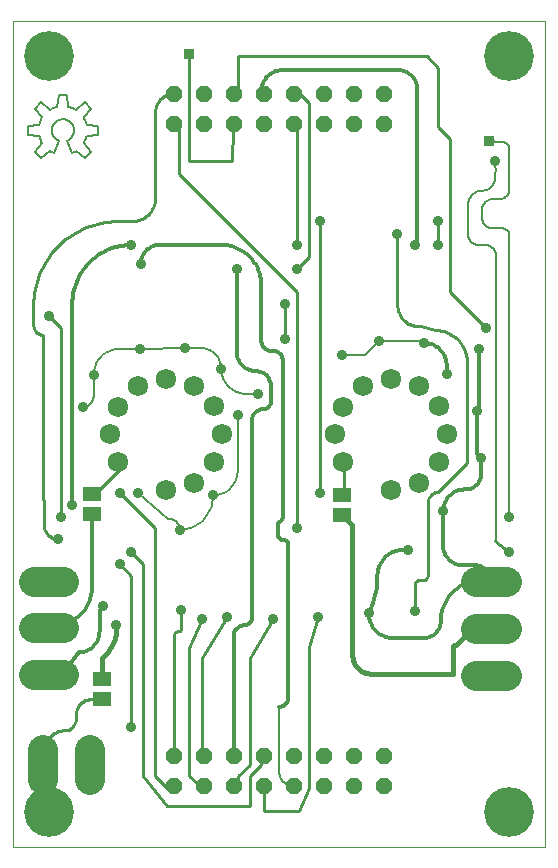
<source format=gtl>
G75*
G70*
%OFA0B0*%
%FSLAX24Y24*%
%IPPOS*%
%LPD*%
%AMOC8*
5,1,8,0,0,1.08239X$1,22.5*
%
%ADD10C,0.0000*%
%ADD11C,0.0679*%
%ADD12OC8,0.0560*%
%ADD13C,0.1004*%
%ADD14R,0.0591X0.0512*%
%ADD15C,0.0100*%
%ADD16C,0.0360*%
%ADD17C,0.0356*%
%ADD18C,0.0120*%
%ADD19C,0.0079*%
%ADD20R,0.0356X0.0356*%
%ADD21C,0.0160*%
%ADD22C,0.1660*%
D10*
X000912Y000100D02*
X000912Y027659D01*
X018628Y027659D01*
X018628Y000100D01*
X000912Y000100D01*
D11*
X006014Y012004D03*
X006922Y012258D03*
X007609Y012954D03*
X007855Y013876D03*
X007601Y014798D03*
X006923Y015465D03*
X006006Y015720D03*
X005066Y015474D03*
X004399Y014790D03*
X004138Y013868D03*
X004388Y012946D03*
X011638Y013868D03*
X011888Y012946D03*
X011899Y014790D03*
X012566Y015474D03*
X013506Y015720D03*
X014423Y015465D03*
X015101Y014798D03*
X015355Y013876D03*
X015109Y012954D03*
X014422Y012258D03*
X013514Y012004D03*
D12*
X013254Y003151D03*
X013254Y002151D03*
X012254Y002151D03*
X012254Y003151D03*
X011254Y003151D03*
X011254Y002151D03*
X010254Y002151D03*
X010254Y003151D03*
X009254Y003151D03*
X009254Y002151D03*
X008254Y002151D03*
X008254Y003151D03*
X007254Y003151D03*
X007254Y002151D03*
X006254Y002151D03*
X006254Y003151D03*
X006254Y024222D03*
X006254Y025222D03*
X007254Y025222D03*
X007254Y024222D03*
X008254Y024222D03*
X008254Y025222D03*
X009254Y025222D03*
X009254Y024222D03*
X010254Y024222D03*
X010254Y025222D03*
X011254Y025222D03*
X011254Y024222D03*
X012254Y024222D03*
X012254Y025222D03*
X013254Y025222D03*
X013254Y024222D03*
D13*
X016351Y008931D02*
X017355Y008931D01*
X017355Y007372D02*
X016351Y007372D01*
X016351Y005813D02*
X017355Y005813D01*
X003471Y003334D02*
X003471Y002330D01*
X001912Y002330D02*
X001912Y003334D01*
X001587Y005836D02*
X002591Y005836D01*
X002591Y007395D02*
X001587Y007395D01*
X001587Y008954D02*
X002591Y008954D01*
D14*
X003530Y011214D03*
X003530Y011883D03*
X003884Y005710D03*
X003884Y005041D03*
X011876Y011167D03*
X011876Y011836D03*
D15*
X011935Y011911D01*
X011935Y012698D01*
X011888Y012946D01*
X011148Y011911D02*
X011148Y020966D01*
X010360Y020179D02*
X010360Y024116D01*
X010254Y024222D01*
X010754Y024903D02*
X010360Y025297D01*
X010254Y025222D01*
X010754Y024903D02*
X010754Y019785D01*
X010360Y019391D01*
X010360Y018604D02*
X006423Y022541D01*
X006423Y024116D01*
X006254Y024222D01*
X005636Y024604D02*
X005638Y024652D01*
X005644Y024701D01*
X005653Y024748D01*
X005666Y024795D01*
X005683Y024840D01*
X005703Y024885D01*
X005727Y024927D01*
X005754Y024967D01*
X005784Y025005D01*
X005817Y025041D01*
X005853Y025074D01*
X005891Y025104D01*
X005931Y025131D01*
X005973Y025155D01*
X006018Y025175D01*
X006063Y025192D01*
X006110Y025205D01*
X006157Y025214D01*
X006206Y025220D01*
X006254Y025222D01*
X005636Y024604D02*
X005636Y021754D01*
X005634Y021700D01*
X005629Y021647D01*
X005620Y021594D01*
X005607Y021542D01*
X005591Y021490D01*
X005571Y021440D01*
X005548Y021392D01*
X005521Y021345D01*
X005492Y021300D01*
X005459Y021257D01*
X005424Y021217D01*
X005386Y021179D01*
X005346Y021144D01*
X005303Y021111D01*
X005258Y021082D01*
X005211Y021055D01*
X005163Y021032D01*
X005113Y021012D01*
X005061Y020996D01*
X005009Y020983D01*
X004956Y020974D01*
X004903Y020969D01*
X004849Y020967D01*
X004849Y020966D02*
X004376Y020966D01*
X004243Y020963D01*
X004110Y020953D01*
X003978Y020938D01*
X003847Y020915D01*
X003717Y020887D01*
X003589Y020853D01*
X003462Y020812D01*
X003337Y020766D01*
X003215Y020713D01*
X003095Y020655D01*
X002978Y020592D01*
X002865Y020522D01*
X002755Y020448D01*
X002648Y020368D01*
X002546Y020283D01*
X002447Y020194D01*
X002353Y020100D01*
X002264Y020001D01*
X002179Y019899D01*
X002099Y019792D01*
X002025Y019682D01*
X001955Y019569D01*
X001892Y019452D01*
X001834Y019332D01*
X001781Y019210D01*
X001735Y019085D01*
X001694Y018958D01*
X001660Y018830D01*
X001632Y018700D01*
X001609Y018569D01*
X001594Y018437D01*
X001584Y018304D01*
X001581Y018171D01*
X001581Y017502D01*
X001583Y017469D01*
X001588Y017437D01*
X001596Y017405D01*
X001608Y017374D01*
X001623Y017344D01*
X001641Y017317D01*
X001662Y017291D01*
X001685Y017268D01*
X001711Y017247D01*
X001739Y017229D01*
X001768Y017214D01*
X001799Y017202D01*
X001831Y017194D01*
X001863Y017189D01*
X001896Y017187D01*
X001896Y011714D01*
X001897Y011704D01*
X001901Y011694D01*
X001907Y011686D01*
X001916Y011680D01*
X001925Y011676D01*
X001935Y011675D01*
X001935Y010848D01*
X001936Y010848D02*
X001938Y010807D01*
X001943Y010766D01*
X001952Y010726D01*
X001964Y010687D01*
X001980Y010649D01*
X001999Y010612D01*
X002021Y010577D01*
X002046Y010545D01*
X002074Y010514D01*
X002105Y010486D01*
X002137Y010461D01*
X002172Y010439D01*
X002209Y010420D01*
X002247Y010404D01*
X002286Y010392D01*
X002326Y010383D01*
X002367Y010378D01*
X002408Y010376D01*
X002486Y011124D02*
X002486Y017423D01*
X002093Y017817D01*
X004388Y012946D02*
X004455Y012698D01*
X003668Y011911D01*
X003530Y011883D01*
X004455Y011911D02*
X005636Y010730D01*
X005636Y002462D01*
X006030Y002069D01*
X006254Y002151D01*
X006030Y001478D02*
X008786Y001478D01*
X008786Y002462D01*
X009179Y002856D01*
X009179Y003250D01*
X009254Y003151D01*
X008786Y002856D02*
X008392Y002462D01*
X008392Y002069D01*
X008254Y002151D01*
X008786Y002856D02*
X008786Y006399D01*
X009573Y007698D01*
X010754Y006793D02*
X010754Y002069D01*
X010439Y001320D01*
X009258Y001320D01*
X009258Y002108D01*
X009254Y002151D01*
X007254Y002151D02*
X007211Y002069D01*
X006778Y002462D01*
X006778Y006754D01*
X007211Y007698D01*
X006502Y007383D02*
X006502Y008013D01*
X006502Y007383D02*
X006500Y007368D01*
X006496Y007353D01*
X006489Y007339D01*
X006479Y007327D01*
X006467Y007317D01*
X006453Y007310D01*
X006438Y007306D01*
X006423Y007304D01*
X006399Y007302D01*
X006375Y007297D01*
X006353Y007289D01*
X006332Y007277D01*
X006312Y007263D01*
X006295Y007246D01*
X006281Y007226D01*
X006269Y007205D01*
X006261Y007183D01*
X006256Y007159D01*
X006254Y007135D01*
X006254Y003151D01*
X007211Y003250D02*
X007254Y003151D01*
X007211Y003250D02*
X007211Y006399D01*
X008038Y007777D01*
X010360Y010730D02*
X010360Y018604D01*
X009967Y018210D02*
X009967Y017029D01*
X013707Y018171D02*
X013707Y020533D01*
X014376Y020415D02*
X014297Y020179D01*
X015085Y020179D02*
X015085Y020966D01*
X015479Y018604D02*
X015479Y023722D01*
X015085Y024116D01*
X015085Y026084D01*
X014691Y026478D01*
X008392Y026478D01*
X008392Y025297D01*
X008254Y025222D01*
X008254Y024222D02*
X008234Y024076D01*
X008195Y022974D01*
X006778Y022974D01*
X006778Y026557D01*
X009179Y025297D02*
X009254Y025222D01*
X013707Y018171D02*
X013712Y018117D01*
X013720Y018065D01*
X013732Y018013D01*
X013748Y017962D01*
X013768Y017912D01*
X013791Y017863D01*
X013817Y017817D01*
X013847Y017773D01*
X013880Y017730D01*
X013916Y017690D01*
X013954Y017653D01*
X013995Y017619D01*
X014038Y017588D01*
X014084Y017559D01*
X014131Y017535D01*
X014180Y017513D01*
X014230Y017495D01*
X014282Y017481D01*
X014334Y017471D01*
X014388Y017464D01*
X014441Y017461D01*
X014494Y017462D01*
X014967Y017344D01*
X015031Y017342D01*
X015095Y017336D01*
X015159Y017327D01*
X015221Y017313D01*
X015283Y017296D01*
X015344Y017275D01*
X015403Y017250D01*
X015461Y017222D01*
X015517Y017191D01*
X015571Y017156D01*
X015623Y017118D01*
X015672Y017077D01*
X015719Y017033D01*
X015763Y016986D01*
X015804Y016937D01*
X015842Y016885D01*
X015877Y016831D01*
X015908Y016775D01*
X015936Y016717D01*
X015961Y016658D01*
X015982Y016597D01*
X015999Y016535D01*
X016013Y016473D01*
X016022Y016409D01*
X016028Y016345D01*
X016030Y016281D01*
X016030Y012895D01*
X015085Y011950D01*
X015050Y011948D01*
X015016Y011943D01*
X014982Y011935D01*
X014950Y011923D01*
X014918Y011908D01*
X014888Y011890D01*
X014860Y011870D01*
X014835Y011846D01*
X014811Y011821D01*
X014791Y011793D01*
X014773Y011763D01*
X014758Y011731D01*
X014746Y011699D01*
X014738Y011665D01*
X014733Y011631D01*
X014731Y011596D01*
X014731Y009194D01*
X014729Y009168D01*
X014724Y009143D01*
X014716Y009119D01*
X014705Y009095D01*
X014690Y009074D01*
X014673Y009055D01*
X014654Y009038D01*
X014632Y009023D01*
X014609Y009012D01*
X014585Y009004D01*
X014560Y008999D01*
X014534Y008997D01*
X014534Y008998D02*
X014416Y008998D01*
X014396Y008996D01*
X014376Y008991D01*
X014357Y008982D01*
X014340Y008970D01*
X014326Y008956D01*
X014314Y008939D01*
X014305Y008920D01*
X014300Y008900D01*
X014298Y008880D01*
X014297Y008880D02*
X014297Y007974D01*
X016660Y007187D02*
X016853Y007372D01*
X017447Y009943D02*
X016975Y010297D01*
X016660Y017423D02*
X015479Y018604D01*
X011069Y007777D02*
X010754Y006793D01*
X005242Y002462D02*
X006030Y001478D01*
X005242Y002462D02*
X005242Y009549D01*
X004849Y009943D01*
X004455Y009549D02*
X004849Y009155D01*
X004849Y004116D01*
X003884Y005041D02*
X003530Y005041D01*
X003530Y005040D02*
X003486Y005038D01*
X003443Y005033D01*
X003400Y005024D01*
X003358Y005011D01*
X003317Y004995D01*
X003277Y004976D01*
X003240Y004954D01*
X003204Y004928D01*
X003170Y004900D01*
X003139Y004869D01*
X003111Y004835D01*
X003085Y004799D01*
X003063Y004762D01*
X003044Y004722D01*
X003028Y004681D01*
X003015Y004639D01*
X003006Y004596D01*
X003001Y004553D01*
X002999Y004509D01*
X002998Y004509D02*
X002998Y004391D01*
X002999Y004391D02*
X002997Y004352D01*
X002991Y004314D01*
X002982Y004277D01*
X002969Y004240D01*
X002952Y004205D01*
X002933Y004172D01*
X002910Y004141D01*
X002884Y004112D01*
X002855Y004086D01*
X002824Y004063D01*
X002791Y004044D01*
X002756Y004027D01*
X002719Y004014D01*
X002682Y004005D01*
X002644Y003999D01*
X002605Y003997D01*
X002555Y003995D01*
X002505Y003989D01*
X002456Y003979D01*
X002408Y003966D01*
X002361Y003948D01*
X002316Y003927D01*
X002273Y003902D01*
X002231Y003874D01*
X002192Y003843D01*
X002156Y003809D01*
X002122Y003772D01*
X002091Y003732D01*
X002064Y003691D01*
X002040Y003647D01*
X002019Y003601D01*
X002003Y003554D01*
X001990Y003506D01*
X001981Y003456D01*
X001975Y003407D01*
X001949Y003119D01*
X001912Y002832D01*
D16*
X004849Y004116D03*
X007211Y007698D03*
X008038Y007777D03*
X009573Y007698D03*
X011069Y007777D03*
X010360Y010730D03*
X011148Y011911D03*
X009967Y017029D03*
X009967Y018210D03*
X010360Y019391D03*
X010360Y020179D03*
X011148Y020966D03*
X014297Y020179D03*
X015085Y020179D03*
X015085Y020966D03*
X016975Y022974D03*
X016660Y017423D03*
X017447Y011124D03*
X017447Y009943D03*
X004849Y009943D03*
X004455Y009549D03*
X004455Y011911D03*
X002880Y011517D03*
X002486Y011124D03*
X002093Y017817D03*
X004849Y020179D03*
D17*
X005164Y019549D03*
X005124Y016714D03*
X006620Y016754D03*
X007841Y016045D03*
X008392Y014509D03*
X009061Y015218D03*
X007565Y011832D03*
X006463Y010691D03*
X005085Y011911D03*
X003234Y014785D03*
X003589Y015848D03*
X002408Y010376D03*
X003904Y008131D03*
X004337Y007502D03*
X006502Y008013D03*
X011857Y016517D03*
X013116Y016990D03*
X014612Y016911D03*
X015360Y015887D03*
X016384Y014628D03*
X016502Y013092D03*
X015242Y011320D03*
X014061Y010021D03*
X014297Y007974D03*
X012762Y007895D03*
X016423Y016714D03*
X013707Y020533D03*
X008353Y019391D03*
D18*
X008353Y016635D01*
X008355Y016585D01*
X008360Y016535D01*
X008370Y016486D01*
X008383Y016438D01*
X008399Y016391D01*
X008419Y016345D01*
X008443Y016301D01*
X008469Y016258D01*
X008499Y016218D01*
X008532Y016180D01*
X008567Y016145D01*
X008605Y016112D01*
X008645Y016082D01*
X008687Y016056D01*
X008732Y016032D01*
X008778Y016012D01*
X008825Y015996D01*
X008873Y015983D01*
X008922Y015973D01*
X008972Y015968D01*
X009022Y015966D01*
X009063Y015964D01*
X009104Y015959D01*
X009144Y015950D01*
X009183Y015938D01*
X009221Y015922D01*
X009258Y015903D01*
X009293Y015881D01*
X009325Y015856D01*
X009356Y015828D01*
X009384Y015797D01*
X009409Y015765D01*
X009431Y015730D01*
X009450Y015693D01*
X009466Y015655D01*
X009478Y015616D01*
X009487Y015576D01*
X009492Y015535D01*
X009494Y015494D01*
X009494Y014943D01*
X009492Y014915D01*
X009487Y014887D01*
X009479Y014859D01*
X009467Y014833D01*
X009452Y014809D01*
X009435Y014787D01*
X009414Y014766D01*
X009392Y014749D01*
X009368Y014734D01*
X009342Y014722D01*
X009314Y014714D01*
X009286Y014709D01*
X009258Y014707D01*
X009219Y014705D01*
X009181Y014699D01*
X009144Y014690D01*
X009107Y014677D01*
X009072Y014660D01*
X009039Y014641D01*
X009008Y014618D01*
X008979Y014592D01*
X008953Y014563D01*
X008930Y014532D01*
X008911Y014499D01*
X008894Y014464D01*
X008881Y014427D01*
X008872Y014390D01*
X008866Y014352D01*
X008864Y014313D01*
X008864Y007738D01*
X008862Y007710D01*
X008857Y007682D01*
X008849Y007654D01*
X008837Y007628D01*
X008822Y007604D01*
X008805Y007582D01*
X008784Y007561D01*
X008762Y007544D01*
X008738Y007529D01*
X008712Y007517D01*
X008684Y007509D01*
X008656Y007504D01*
X008628Y007502D01*
X008591Y007500D01*
X008555Y007495D01*
X008519Y007486D01*
X008485Y007474D01*
X008452Y007458D01*
X008420Y007439D01*
X008391Y007417D01*
X008364Y007392D01*
X008339Y007365D01*
X008317Y007336D01*
X008298Y007304D01*
X008282Y007271D01*
X008270Y007237D01*
X008261Y007201D01*
X008256Y007165D01*
X008254Y007128D01*
X008254Y003151D01*
X009770Y004785D02*
X009803Y004787D01*
X009835Y004792D01*
X009867Y004800D01*
X009898Y004812D01*
X009927Y004827D01*
X009955Y004845D01*
X009981Y004866D01*
X010004Y004889D01*
X010025Y004915D01*
X010043Y004942D01*
X010058Y004972D01*
X010070Y005003D01*
X010078Y005035D01*
X010083Y005067D01*
X010085Y005100D01*
X010085Y010179D01*
X010084Y010179D02*
X010082Y010201D01*
X010078Y010223D01*
X010070Y010244D01*
X010059Y010264D01*
X010046Y010282D01*
X010030Y010298D01*
X010012Y010311D01*
X009992Y010322D01*
X009971Y010330D01*
X009949Y010334D01*
X009927Y010336D01*
X009901Y010338D01*
X009876Y010343D01*
X009852Y010351D01*
X009828Y010362D01*
X009807Y010377D01*
X009788Y010394D01*
X009771Y010413D01*
X009756Y010435D01*
X009745Y010458D01*
X009737Y010482D01*
X009732Y010507D01*
X009730Y010533D01*
X009731Y010533D02*
X009731Y010927D01*
X009753Y010929D01*
X009775Y010933D01*
X009796Y010941D01*
X009816Y010952D01*
X009834Y010965D01*
X009850Y010981D01*
X009863Y010999D01*
X009874Y011019D01*
X009882Y011040D01*
X009886Y011062D01*
X009888Y011084D01*
X009888Y016360D01*
X009886Y016391D01*
X009881Y016421D01*
X009873Y016451D01*
X009861Y016480D01*
X009846Y016507D01*
X009828Y016532D01*
X009807Y016555D01*
X009784Y016576D01*
X009759Y016594D01*
X009732Y016609D01*
X009703Y016621D01*
X009673Y016629D01*
X009643Y016634D01*
X009612Y016636D01*
X009612Y016635D02*
X009534Y016635D01*
X009534Y016636D02*
X009499Y016638D01*
X009465Y016643D01*
X009431Y016651D01*
X009399Y016663D01*
X009367Y016678D01*
X009337Y016696D01*
X009309Y016716D01*
X009284Y016740D01*
X009260Y016765D01*
X009240Y016793D01*
X009222Y016823D01*
X009207Y016855D01*
X009195Y016887D01*
X009187Y016921D01*
X009182Y016955D01*
X009180Y016990D01*
X009179Y016990D02*
X009179Y018840D01*
X009180Y018840D02*
X009178Y018912D01*
X009172Y018985D01*
X009162Y019057D01*
X009149Y019128D01*
X009131Y019198D01*
X009110Y019268D01*
X009085Y019336D01*
X009056Y019402D01*
X009024Y019467D01*
X008988Y019530D01*
X008949Y019591D01*
X008907Y019650D01*
X008862Y019707D01*
X008813Y019761D01*
X008762Y019812D01*
X008708Y019861D01*
X008651Y019906D01*
X008592Y019948D01*
X008531Y019987D01*
X008468Y020023D01*
X008403Y020055D01*
X008337Y020084D01*
X008269Y020109D01*
X008199Y020130D01*
X008129Y020148D01*
X008058Y020161D01*
X007986Y020171D01*
X007913Y020177D01*
X007841Y020179D01*
X005794Y020179D01*
X005745Y020177D01*
X005695Y020171D01*
X005647Y020162D01*
X005599Y020148D01*
X005553Y020131D01*
X005508Y020110D01*
X005465Y020086D01*
X005424Y020059D01*
X005385Y020028D01*
X005349Y019994D01*
X005315Y019958D01*
X005284Y019919D01*
X005257Y019878D01*
X005233Y019835D01*
X005212Y019790D01*
X005195Y019744D01*
X005181Y019696D01*
X005172Y019648D01*
X005166Y019598D01*
X005164Y019549D01*
X004849Y020179D02*
X004755Y020177D01*
X004662Y020170D01*
X004569Y020159D01*
X004476Y020143D01*
X004385Y020123D01*
X004294Y020099D01*
X004205Y020071D01*
X004117Y020038D01*
X004031Y020001D01*
X003947Y019960D01*
X003864Y019915D01*
X003784Y019866D01*
X003707Y019814D01*
X003632Y019758D01*
X003560Y019698D01*
X003490Y019635D01*
X003424Y019569D01*
X003361Y019499D01*
X003301Y019427D01*
X003245Y019352D01*
X003193Y019275D01*
X003144Y019195D01*
X003099Y019112D01*
X003058Y019028D01*
X003021Y018942D01*
X002988Y018854D01*
X002960Y018765D01*
X002936Y018674D01*
X002916Y018583D01*
X002900Y018490D01*
X002889Y018397D01*
X002882Y018304D01*
X002880Y018210D01*
X002880Y011517D01*
X003530Y011214D02*
X003530Y008742D01*
X003786Y008013D02*
X003786Y007305D01*
X003785Y007253D01*
X003781Y007202D01*
X003773Y007151D01*
X003761Y007101D01*
X003745Y007052D01*
X003726Y007004D01*
X003703Y006958D01*
X003677Y006913D01*
X003648Y006871D01*
X003615Y006831D01*
X003580Y006794D01*
X003542Y006759D01*
X003501Y006727D01*
X003458Y006698D01*
X003414Y006673D01*
X003367Y006651D01*
X003319Y006633D01*
X003269Y006618D01*
X003219Y006607D01*
X003168Y006600D01*
X003117Y006596D01*
X003116Y006596D02*
X002565Y005927D01*
X002089Y007395D02*
X002091Y007413D01*
X002095Y007431D01*
X002103Y007448D01*
X002114Y007463D01*
X002127Y007476D01*
X002142Y007487D01*
X002159Y007495D01*
X002177Y007499D01*
X002195Y007501D01*
X002195Y007502D02*
X002290Y007502D01*
X002360Y007504D01*
X002429Y007510D01*
X002498Y007520D01*
X002566Y007533D01*
X002633Y007550D01*
X002700Y007572D01*
X002765Y007596D01*
X002828Y007625D01*
X002890Y007657D01*
X002950Y007692D01*
X003008Y007731D01*
X003063Y007773D01*
X003116Y007817D01*
X003167Y007865D01*
X003215Y007916D01*
X003259Y007969D01*
X003301Y008024D01*
X003340Y008082D01*
X003375Y008142D01*
X003407Y008204D01*
X003436Y008267D01*
X003460Y008332D01*
X003482Y008399D01*
X003499Y008466D01*
X003512Y008534D01*
X003522Y008603D01*
X003528Y008672D01*
X003530Y008742D01*
X012762Y007895D02*
X012815Y008012D01*
X012864Y008130D01*
X012907Y008251D01*
X012944Y008374D01*
X012976Y008499D01*
X013002Y008624D01*
X013023Y008751D01*
X013037Y008879D01*
X013046Y009007D01*
X013049Y009135D01*
X012762Y007895D02*
X012764Y007839D01*
X012770Y007782D01*
X012779Y007727D01*
X012793Y007672D01*
X012810Y007618D01*
X012830Y007566D01*
X012855Y007515D01*
X012882Y007465D01*
X012913Y007418D01*
X012947Y007373D01*
X012985Y007331D01*
X013025Y007291D01*
X013067Y007253D01*
X013112Y007219D01*
X013159Y007188D01*
X013209Y007161D01*
X013260Y007136D01*
X013312Y007116D01*
X013366Y007099D01*
X013421Y007085D01*
X013476Y007076D01*
X013533Y007070D01*
X013589Y007068D01*
X013589Y007069D02*
X014573Y007069D01*
X014573Y007068D02*
X014619Y007070D01*
X014665Y007075D01*
X014711Y007084D01*
X014756Y007097D01*
X014799Y007113D01*
X014841Y007132D01*
X014882Y007155D01*
X014920Y007181D01*
X014957Y007210D01*
X014991Y007241D01*
X015022Y007275D01*
X015051Y007312D01*
X015077Y007350D01*
X015100Y007391D01*
X015119Y007433D01*
X015135Y007476D01*
X015148Y007521D01*
X015157Y007567D01*
X015162Y007613D01*
X015164Y007659D01*
X016853Y008931D02*
X016851Y008976D01*
X016846Y009022D01*
X016837Y009066D01*
X016825Y009110D01*
X016809Y009153D01*
X016790Y009194D01*
X016768Y009234D01*
X016742Y009271D01*
X016714Y009307D01*
X016683Y009340D01*
X016650Y009371D01*
X016614Y009399D01*
X016577Y009425D01*
X016537Y009447D01*
X016496Y009466D01*
X016453Y009482D01*
X016409Y009494D01*
X016365Y009503D01*
X016319Y009508D01*
X016274Y009510D01*
X016274Y009509D02*
X015872Y009509D01*
X015823Y009511D01*
X015773Y009517D01*
X015725Y009526D01*
X015677Y009540D01*
X015631Y009557D01*
X015586Y009578D01*
X015543Y009602D01*
X015502Y009629D01*
X015463Y009660D01*
X015427Y009694D01*
X015393Y009730D01*
X015362Y009769D01*
X015335Y009810D01*
X015311Y009853D01*
X015290Y009898D01*
X015273Y009944D01*
X015259Y009992D01*
X015250Y010040D01*
X015244Y010090D01*
X015242Y010139D01*
X015242Y011320D01*
X015244Y011371D01*
X015249Y011421D01*
X015258Y011471D01*
X015271Y011520D01*
X015287Y011568D01*
X015306Y011615D01*
X015329Y011660D01*
X015355Y011703D01*
X015383Y011745D01*
X015415Y011784D01*
X015450Y011821D01*
X015487Y011856D01*
X015526Y011888D01*
X015568Y011916D01*
X015611Y011942D01*
X015656Y011965D01*
X015703Y011984D01*
X015751Y012000D01*
X015800Y012013D01*
X015850Y012022D01*
X015900Y012027D01*
X015951Y012029D01*
X015990Y012029D01*
X016032Y012031D01*
X016074Y012036D01*
X016116Y012045D01*
X016156Y012057D01*
X016196Y012072D01*
X016234Y012091D01*
X016270Y012112D01*
X016304Y012137D01*
X016337Y012164D01*
X016367Y012194D01*
X016394Y012227D01*
X016419Y012261D01*
X016440Y012297D01*
X016459Y012335D01*
X016474Y012375D01*
X016486Y012415D01*
X016495Y012457D01*
X016500Y012499D01*
X016502Y012541D01*
X016502Y013092D01*
X016482Y013094D01*
X016462Y013099D01*
X016443Y013108D01*
X016426Y013120D01*
X016412Y013134D01*
X016400Y013151D01*
X016391Y013170D01*
X016386Y013190D01*
X016384Y013210D01*
X016384Y014628D01*
X016394Y014629D01*
X016403Y014633D01*
X016412Y014639D01*
X016418Y014647D01*
X016422Y014657D01*
X016423Y014667D01*
X016423Y016714D01*
X015360Y016163D02*
X015360Y015887D01*
X015360Y016163D02*
X015358Y016216D01*
X015352Y016269D01*
X015343Y016322D01*
X015330Y016374D01*
X015313Y016424D01*
X015292Y016474D01*
X015269Y016521D01*
X015241Y016567D01*
X015211Y016611D01*
X015177Y016653D01*
X015141Y016692D01*
X015102Y016728D01*
X015060Y016762D01*
X015016Y016792D01*
X014970Y016820D01*
X014923Y016843D01*
X014873Y016864D01*
X014823Y016881D01*
X014771Y016894D01*
X014718Y016903D01*
X014665Y016909D01*
X014612Y016911D01*
X014376Y020257D02*
X014376Y025376D01*
X014374Y025425D01*
X014368Y025475D01*
X014359Y025523D01*
X014345Y025571D01*
X014328Y025617D01*
X014307Y025662D01*
X014283Y025705D01*
X014256Y025746D01*
X014225Y025785D01*
X014191Y025821D01*
X014155Y025855D01*
X014116Y025886D01*
X014075Y025913D01*
X014032Y025937D01*
X013987Y025958D01*
X013941Y025975D01*
X013893Y025989D01*
X013845Y025998D01*
X013795Y026004D01*
X013746Y026006D01*
X009888Y026006D01*
X009837Y026004D01*
X009787Y025999D01*
X009737Y025990D01*
X009688Y025977D01*
X009640Y025961D01*
X009593Y025942D01*
X009548Y025919D01*
X009505Y025893D01*
X009463Y025865D01*
X009424Y025833D01*
X009387Y025798D01*
X009352Y025761D01*
X009320Y025722D01*
X009292Y025680D01*
X009266Y025637D01*
X009243Y025592D01*
X009224Y025545D01*
X009208Y025497D01*
X009195Y025448D01*
X009186Y025398D01*
X009181Y025348D01*
X009179Y025297D01*
X014297Y020178D02*
X014312Y020180D01*
X014327Y020184D01*
X014341Y020191D01*
X014353Y020201D01*
X014363Y020213D01*
X014370Y020227D01*
X014374Y020242D01*
X014376Y020257D01*
X014061Y010021D02*
X013935Y010021D01*
X013877Y010019D01*
X013819Y010013D01*
X013762Y010004D01*
X013706Y009991D01*
X013650Y009974D01*
X013596Y009954D01*
X013543Y009930D01*
X013492Y009902D01*
X013443Y009872D01*
X013396Y009838D01*
X013351Y009801D01*
X013309Y009761D01*
X013269Y009719D01*
X013232Y009674D01*
X013198Y009627D01*
X013168Y009578D01*
X013140Y009527D01*
X013116Y009474D01*
X013096Y009420D01*
X013079Y009364D01*
X013066Y009308D01*
X013057Y009251D01*
X013051Y009193D01*
X013049Y009135D01*
X016435Y008931D02*
X016853Y008931D01*
X016853Y008930D02*
X016783Y008948D01*
X016712Y008963D01*
X016641Y008973D01*
X016569Y008979D01*
X016497Y008982D01*
X016425Y008981D01*
X016354Y008975D01*
X016282Y008966D01*
X016211Y008953D01*
X016141Y008936D01*
X016072Y008915D01*
X016005Y008891D01*
X015938Y008863D01*
X015874Y008831D01*
X015811Y008796D01*
X015750Y008758D01*
X015691Y008716D01*
X015635Y008671D01*
X015581Y008623D01*
X015530Y008572D01*
X015482Y008519D01*
X015436Y008463D01*
X015394Y008405D01*
X015355Y008344D01*
X015320Y008282D01*
X015287Y008217D01*
X015259Y008151D01*
X015234Y008083D01*
X015213Y008015D01*
X015195Y007945D01*
X015182Y007874D01*
X015172Y007803D01*
X015166Y007731D01*
X015164Y007659D01*
D19*
X016975Y010297D02*
X017014Y010336D01*
X017014Y019785D01*
X017012Y019824D01*
X017006Y019862D01*
X016997Y019899D01*
X016984Y019936D01*
X016967Y019971D01*
X016948Y020004D01*
X016925Y020035D01*
X016899Y020064D01*
X016870Y020090D01*
X016839Y020113D01*
X016806Y020132D01*
X016771Y020149D01*
X016734Y020162D01*
X016697Y020171D01*
X016659Y020177D01*
X016620Y020179D01*
X016423Y020179D01*
X016388Y020181D01*
X016354Y020186D01*
X016320Y020194D01*
X016288Y020206D01*
X016256Y020221D01*
X016226Y020239D01*
X016198Y020259D01*
X016173Y020283D01*
X016149Y020308D01*
X016129Y020336D01*
X016111Y020366D01*
X016096Y020398D01*
X016084Y020430D01*
X016076Y020464D01*
X016071Y020498D01*
X016069Y020533D01*
X016069Y021517D01*
X016070Y021517D02*
X016072Y021558D01*
X016077Y021599D01*
X016086Y021639D01*
X016098Y021678D01*
X016114Y021716D01*
X016133Y021753D01*
X016155Y021788D01*
X016180Y021820D01*
X016208Y021851D01*
X016239Y021879D01*
X016271Y021904D01*
X016306Y021926D01*
X016343Y021945D01*
X016381Y021961D01*
X016420Y021973D01*
X016460Y021982D01*
X016501Y021987D01*
X016542Y021989D01*
X016542Y021990D02*
X016582Y021992D01*
X016622Y021997D01*
X016661Y022007D01*
X016699Y022019D01*
X016736Y022035D01*
X016771Y022055D01*
X016804Y022078D01*
X016835Y022103D01*
X016863Y022131D01*
X016889Y022162D01*
X016911Y022195D01*
X016931Y022230D01*
X016947Y022267D01*
X016960Y022305D01*
X016969Y022344D01*
X016975Y022384D01*
X017447Y022029D02*
X017445Y021996D01*
X017440Y021964D01*
X017432Y021932D01*
X017420Y021901D01*
X017405Y021871D01*
X017387Y021844D01*
X017366Y021818D01*
X017343Y021795D01*
X017317Y021774D01*
X017289Y021756D01*
X017260Y021741D01*
X017229Y021729D01*
X017197Y021721D01*
X017165Y021716D01*
X017132Y021714D01*
X016896Y021714D01*
X016861Y021712D01*
X016827Y021707D01*
X016793Y021699D01*
X016761Y021687D01*
X016729Y021672D01*
X016699Y021654D01*
X016671Y021634D01*
X016646Y021610D01*
X016622Y021585D01*
X016602Y021557D01*
X016584Y021527D01*
X016569Y021495D01*
X016557Y021463D01*
X016549Y021429D01*
X016544Y021395D01*
X016542Y021360D01*
X016542Y021084D01*
X016544Y021049D01*
X016549Y021015D01*
X016557Y020981D01*
X016569Y020949D01*
X016584Y020917D01*
X016602Y020887D01*
X016622Y020859D01*
X016646Y020834D01*
X016671Y020810D01*
X016699Y020790D01*
X016729Y020772D01*
X016761Y020757D01*
X016793Y020745D01*
X016827Y020737D01*
X016861Y020732D01*
X016896Y020730D01*
X017211Y020730D01*
X017239Y020728D01*
X017267Y020723D01*
X017295Y020715D01*
X017321Y020703D01*
X017345Y020688D01*
X017367Y020671D01*
X017388Y020650D01*
X017405Y020628D01*
X017420Y020604D01*
X017432Y020578D01*
X017440Y020550D01*
X017445Y020522D01*
X017447Y020494D01*
X017447Y011124D01*
X014613Y016911D02*
X014611Y016926D01*
X014607Y016941D01*
X014600Y016955D01*
X014590Y016967D01*
X014578Y016977D01*
X014564Y016984D01*
X014549Y016988D01*
X014534Y016990D01*
X013116Y016990D01*
X012644Y016517D01*
X011857Y016517D01*
X009061Y015218D02*
X008668Y015218D01*
X008392Y014509D02*
X008392Y012659D01*
X008390Y012603D01*
X008384Y012546D01*
X008375Y012491D01*
X008361Y012436D01*
X008344Y012382D01*
X008324Y012330D01*
X008299Y012279D01*
X008272Y012229D01*
X008241Y012182D01*
X008207Y012137D01*
X008169Y012095D01*
X008129Y012055D01*
X008087Y012017D01*
X008042Y011983D01*
X007995Y011952D01*
X007945Y011925D01*
X007894Y011900D01*
X007842Y011880D01*
X007788Y011863D01*
X007733Y011849D01*
X007678Y011840D01*
X007621Y011834D01*
X007565Y011832D01*
X007565Y011793D01*
X007563Y011729D01*
X007558Y011665D01*
X007548Y011602D01*
X007535Y011539D01*
X007519Y011477D01*
X007499Y011416D01*
X007475Y011357D01*
X007448Y011298D01*
X007417Y011242D01*
X007384Y011187D01*
X007347Y011135D01*
X007307Y011085D01*
X007265Y011037D01*
X007219Y010991D01*
X007171Y010949D01*
X007121Y010909D01*
X007069Y010872D01*
X007014Y010839D01*
X006958Y010808D01*
X006899Y010781D01*
X006840Y010757D01*
X006779Y010737D01*
X006717Y010721D01*
X006654Y010708D01*
X006591Y010698D01*
X006527Y010693D01*
X006463Y010691D01*
X006461Y010726D01*
X006456Y010760D01*
X006448Y010794D01*
X006436Y010826D01*
X006421Y010858D01*
X006403Y010888D01*
X006383Y010916D01*
X006359Y010941D01*
X006334Y010965D01*
X006306Y010985D01*
X006276Y011003D01*
X006244Y011018D01*
X006212Y011030D01*
X006178Y011038D01*
X006144Y011043D01*
X006109Y011045D01*
X006069Y011045D01*
X005085Y011911D01*
X003589Y015139D02*
X003589Y015848D01*
X003588Y015139D02*
X003586Y015104D01*
X003581Y015070D01*
X003573Y015036D01*
X003561Y015004D01*
X003546Y014972D01*
X003528Y014942D01*
X003508Y014914D01*
X003484Y014889D01*
X003459Y014865D01*
X003431Y014845D01*
X003401Y014827D01*
X003369Y014812D01*
X003337Y014800D01*
X003303Y014792D01*
X003269Y014787D01*
X003234Y014785D01*
X003589Y015848D02*
X003591Y015905D01*
X003596Y015961D01*
X003606Y016017D01*
X003619Y016072D01*
X003635Y016126D01*
X003655Y016179D01*
X003678Y016231D01*
X003705Y016281D01*
X003735Y016329D01*
X003768Y016375D01*
X003804Y016419D01*
X003843Y016460D01*
X003884Y016499D01*
X003928Y016535D01*
X003974Y016568D01*
X004022Y016598D01*
X004072Y016625D01*
X004124Y016648D01*
X004177Y016668D01*
X004231Y016684D01*
X004286Y016697D01*
X004342Y016707D01*
X004398Y016712D01*
X004455Y016714D01*
X005124Y016714D01*
X006620Y016754D01*
X007132Y016754D01*
X007183Y016752D01*
X007233Y016747D01*
X007283Y016738D01*
X007332Y016725D01*
X007380Y016709D01*
X007427Y016690D01*
X007472Y016667D01*
X007515Y016641D01*
X007557Y016613D01*
X007596Y016581D01*
X007633Y016546D01*
X007668Y016509D01*
X007700Y016470D01*
X007728Y016428D01*
X007754Y016385D01*
X007777Y016340D01*
X007796Y016293D01*
X007812Y016245D01*
X007825Y016196D01*
X007834Y016146D01*
X007839Y016096D01*
X007841Y016045D01*
X007843Y015989D01*
X007849Y015932D01*
X007858Y015877D01*
X007872Y015822D01*
X007889Y015768D01*
X007909Y015716D01*
X007934Y015665D01*
X007961Y015615D01*
X007992Y015568D01*
X008026Y015523D01*
X008064Y015481D01*
X008104Y015441D01*
X008146Y015403D01*
X008191Y015369D01*
X008238Y015338D01*
X008288Y015311D01*
X008339Y015286D01*
X008391Y015266D01*
X008445Y015249D01*
X008500Y015235D01*
X008555Y015226D01*
X008612Y015220D01*
X008668Y015218D01*
X016974Y022384D02*
X016984Y022531D01*
X016988Y022679D01*
X016984Y022827D01*
X016974Y022974D01*
X017447Y023368D02*
X017445Y023396D01*
X017440Y023424D01*
X017432Y023452D01*
X017420Y023478D01*
X017405Y023502D01*
X017388Y023524D01*
X017367Y023545D01*
X017345Y023562D01*
X017321Y023577D01*
X017295Y023589D01*
X017267Y023597D01*
X017239Y023602D01*
X017211Y023604D01*
X017132Y023604D01*
X016778Y023643D01*
X017447Y023368D02*
X017447Y022029D01*
X009770Y004785D02*
X009770Y002635D01*
X009772Y002593D01*
X009777Y002551D01*
X009786Y002510D01*
X009799Y002469D01*
X009815Y002430D01*
X009835Y002393D01*
X009858Y002357D01*
X009883Y002324D01*
X009912Y002293D01*
X009943Y002264D01*
X009976Y002239D01*
X010012Y002216D01*
X010049Y002196D01*
X010088Y002180D01*
X010129Y002167D01*
X010170Y002158D01*
X010212Y002153D01*
X010254Y002151D01*
X003292Y023067D02*
X002995Y023309D01*
X002876Y023247D02*
X002706Y023657D01*
X001876Y023568D02*
X001849Y023614D01*
X001826Y023663D01*
X001805Y023712D01*
X001788Y023763D01*
X001774Y023815D01*
X001393Y023854D01*
X001393Y024142D01*
X001774Y024180D01*
X001877Y024428D02*
X001634Y024725D01*
X001838Y024928D01*
X002135Y024686D01*
X002383Y024789D02*
X002421Y025170D01*
X002709Y025170D01*
X002748Y024789D01*
X002995Y024686D02*
X003292Y024928D01*
X003496Y024725D01*
X003254Y024428D01*
X003356Y024180D02*
X003737Y024142D01*
X003737Y023854D01*
X003356Y023815D01*
X003254Y023567D02*
X003496Y023270D01*
X003292Y023067D01*
X002995Y024687D02*
X002949Y024714D01*
X002900Y024737D01*
X002851Y024758D01*
X002800Y024775D01*
X002748Y024789D01*
X002995Y023309D02*
X002957Y023287D01*
X002917Y023266D01*
X002876Y023248D01*
X002424Y023657D02*
X002254Y023247D01*
X002135Y023309D02*
X001838Y023067D01*
X001634Y023270D01*
X001877Y023567D01*
X002135Y023309D02*
X002173Y023287D01*
X002213Y023266D01*
X002254Y023248D01*
X003254Y023568D02*
X003281Y023614D01*
X003304Y023663D01*
X003325Y023712D01*
X003342Y023763D01*
X003356Y023815D01*
X002706Y023657D02*
X002740Y023673D01*
X002773Y023693D01*
X002803Y023716D01*
X002831Y023742D01*
X002856Y023771D01*
X002877Y023802D01*
X002896Y023835D01*
X002911Y023870D01*
X002922Y023906D01*
X002930Y023943D01*
X002934Y023981D01*
X002933Y024019D01*
X002929Y024056D01*
X002921Y024094D01*
X002910Y024130D01*
X002894Y024164D01*
X002876Y024197D01*
X002853Y024228D01*
X002828Y024256D01*
X002800Y024282D01*
X002770Y024305D01*
X002737Y024324D01*
X002703Y024340D01*
X002667Y024353D01*
X002630Y024361D01*
X002593Y024366D01*
X002555Y024367D01*
X002517Y024364D01*
X002480Y024357D01*
X002443Y024346D01*
X002408Y024332D01*
X002375Y024314D01*
X002343Y024293D01*
X002314Y024268D01*
X002288Y024241D01*
X002264Y024212D01*
X002244Y024180D01*
X002227Y024146D01*
X002213Y024110D01*
X002204Y024073D01*
X002198Y024036D01*
X002196Y023998D01*
X002135Y024687D02*
X002181Y024714D01*
X002230Y024737D01*
X002279Y024758D01*
X002330Y024775D01*
X002382Y024789D01*
X003254Y024428D02*
X003281Y024382D01*
X003304Y024333D01*
X003325Y024284D01*
X003342Y024233D01*
X003356Y024181D01*
X001876Y024428D02*
X001849Y024382D01*
X001826Y024333D01*
X001805Y024284D01*
X001788Y024233D01*
X001774Y024181D01*
X002196Y023998D02*
X002198Y023962D01*
X002203Y023926D01*
X002212Y023891D01*
X002224Y023857D01*
X002240Y023824D01*
X002258Y023793D01*
X002280Y023764D01*
X002304Y023737D01*
X002331Y023713D01*
X002360Y023691D01*
X002391Y023673D01*
X002424Y023657D01*
D20*
X006778Y026557D03*
X016778Y023643D03*
D21*
X011876Y011167D02*
X012211Y010832D01*
X012211Y006517D01*
X012213Y006468D01*
X012219Y006418D01*
X012228Y006370D01*
X012242Y006322D01*
X012259Y006276D01*
X012280Y006231D01*
X012304Y006188D01*
X012331Y006147D01*
X012362Y006108D01*
X012396Y006072D01*
X012432Y006038D01*
X012471Y006007D01*
X012512Y005980D01*
X012555Y005956D01*
X012600Y005935D01*
X012646Y005918D01*
X012694Y005904D01*
X012742Y005895D01*
X012792Y005889D01*
X012841Y005887D01*
X015557Y005887D01*
X015557Y006754D01*
X015558Y006754D02*
X015559Y006771D01*
X015564Y006788D01*
X015571Y006803D01*
X015581Y006817D01*
X015593Y006829D01*
X015607Y006839D01*
X015622Y006846D01*
X015639Y006851D01*
X015656Y006852D01*
X016175Y007372D01*
X016853Y007372D01*
X003983Y006517D02*
X003884Y006419D01*
X003884Y005710D01*
X003982Y006518D02*
X004029Y006567D01*
X004072Y006618D01*
X004113Y006672D01*
X004151Y006728D01*
X004185Y006786D01*
X004217Y006846D01*
X004245Y006907D01*
X004269Y006970D01*
X004291Y007034D01*
X004308Y007099D01*
X004322Y007165D01*
X004332Y007232D01*
X004339Y007299D01*
X004342Y007367D01*
X004341Y007434D01*
X004337Y007502D01*
D22*
X002093Y001281D03*
X017447Y001281D03*
X017447Y026478D03*
X002093Y026478D03*
M02*

</source>
